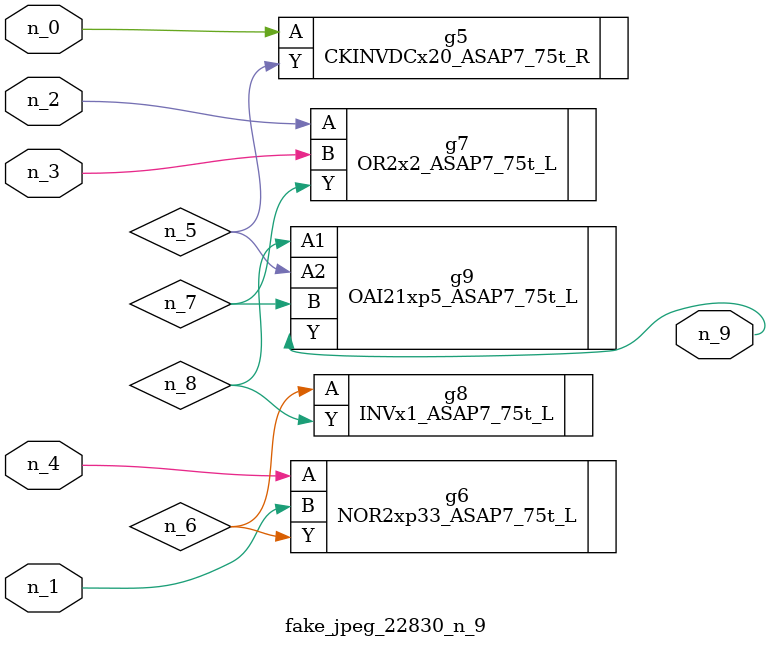
<source format=v>
module fake_jpeg_22830_n_9 (n_3, n_2, n_1, n_0, n_4, n_9);

input n_3;
input n_2;
input n_1;
input n_0;
input n_4;

output n_9;

wire n_8;
wire n_6;
wire n_5;
wire n_7;

CKINVDCx20_ASAP7_75t_R g5 ( 
.A(n_0),
.Y(n_5)
);

NOR2xp33_ASAP7_75t_L g6 ( 
.A(n_4),
.B(n_1),
.Y(n_6)
);

OR2x2_ASAP7_75t_L g7 ( 
.A(n_2),
.B(n_3),
.Y(n_7)
);

INVx1_ASAP7_75t_L g8 ( 
.A(n_6),
.Y(n_8)
);

OAI21xp5_ASAP7_75t_L g9 ( 
.A1(n_8),
.A2(n_5),
.B(n_7),
.Y(n_9)
);


endmodule
</source>
